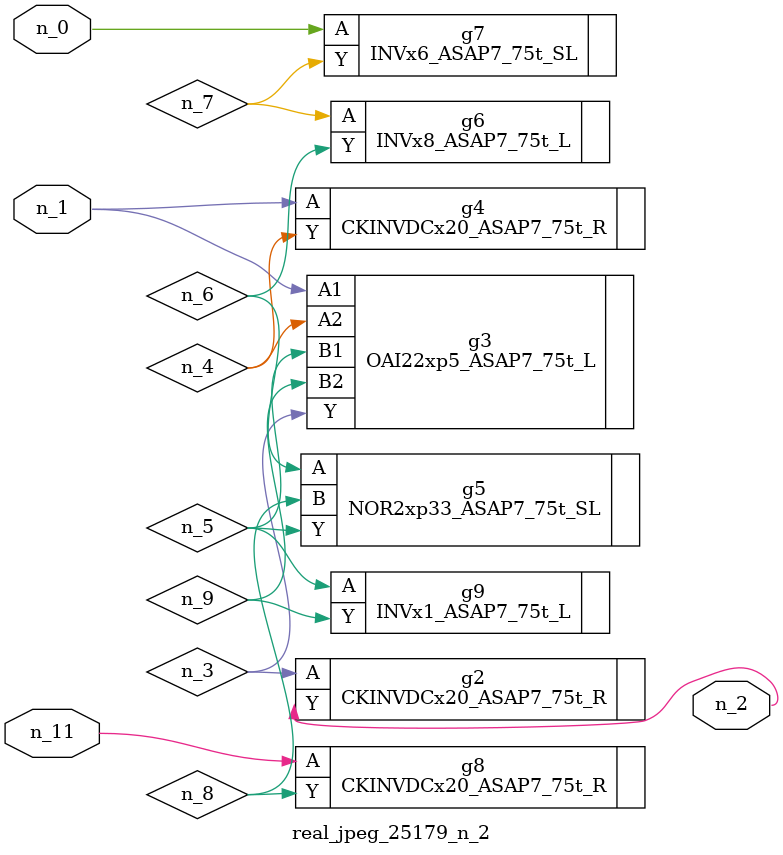
<source format=v>
module real_jpeg_25179_n_2 (n_1, n_11, n_0, n_2);

input n_1;
input n_11;
input n_0;

output n_2;

wire n_5;
wire n_4;
wire n_8;
wire n_6;
wire n_7;
wire n_3;
wire n_9;

INVx6_ASAP7_75t_SL g7 ( 
.A(n_0),
.Y(n_7)
);

OAI22xp5_ASAP7_75t_L g3 ( 
.A1(n_1),
.A2(n_4),
.B1(n_5),
.B2(n_9),
.Y(n_3)
);

CKINVDCx20_ASAP7_75t_R g4 ( 
.A(n_1),
.Y(n_4)
);

CKINVDCx20_ASAP7_75t_R g2 ( 
.A(n_3),
.Y(n_2)
);

INVx1_ASAP7_75t_L g9 ( 
.A(n_5),
.Y(n_9)
);

NOR2xp33_ASAP7_75t_SL g5 ( 
.A(n_6),
.B(n_8),
.Y(n_5)
);

INVx8_ASAP7_75t_L g6 ( 
.A(n_7),
.Y(n_6)
);

CKINVDCx20_ASAP7_75t_R g8 ( 
.A(n_11),
.Y(n_8)
);


endmodule
</source>
